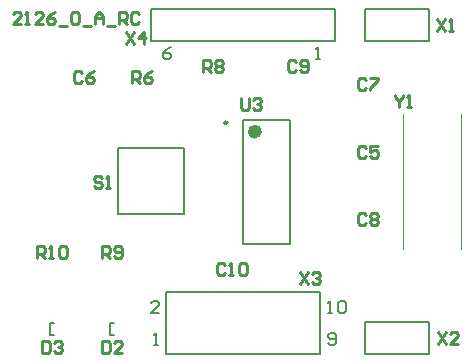
<source format=gbr>
%TF.GenerationSoftware,Altium Limited,Altium Designer,22.2.1 (43)*%
G04 Layer_Color=65535*
%FSLAX43Y43*%
%MOMM*%
%TF.SameCoordinates,22783662-0E91-4B75-9AE6-36AB56575A38*%
%TF.FilePolarity,Positive*%
%TF.FileFunction,Legend,Top*%
%TF.Part,Single*%
G01*
G75*
%TA.AperFunction,NonConductor*%
%ADD38C,0.250*%
%ADD39C,0.600*%
%ADD40C,0.200*%
%ADD41C,0.100*%
%ADD42C,0.254*%
%ADD43C,0.152*%
D38*
X18675Y20000D02*
G03*
X18675Y20000I-125J0D01*
G01*
D39*
X21300Y19250D02*
G03*
X21300Y19250I-300J0D01*
G01*
D40*
X13500Y405D02*
Y5635D01*
Y405D02*
X26500D01*
X13500Y5635D02*
X26500D01*
Y405D02*
Y5635D01*
X15029Y12244D02*
Y17857D01*
X9441Y12244D02*
X15029D01*
X9455Y17857D02*
X15029D01*
X9441Y17844D02*
X9455Y17857D01*
X9441Y12244D02*
Y17844D01*
X30330Y405D02*
X35710D01*
X30330D02*
Y3095D01*
X35710D01*
Y405D02*
Y3095D01*
Y26905D02*
Y29595D01*
X30330D02*
X35710D01*
X30330Y26905D02*
Y29595D01*
Y26905D02*
X35710D01*
X12230Y29595D02*
X27770D01*
Y26905D02*
Y29595D01*
X12230Y26905D02*
X27770D01*
X12230D02*
Y29595D01*
X20000Y9750D02*
Y20250D01*
X24000Y9750D02*
Y20250D01*
X20000D02*
X24000D01*
X20000Y9750D02*
X24000D01*
X3660Y3040D02*
X3960D01*
X3660Y2040D02*
Y3040D01*
Y2040D02*
X3960D01*
X8740Y3040D02*
X9040D01*
X8740Y2040D02*
Y3040D01*
Y2040D02*
X9040D01*
D41*
X33550Y9300D02*
Y20700D01*
X38450Y9300D02*
Y20700D01*
D42*
X1185Y28363D02*
X508D01*
X1185Y29040D01*
Y29210D01*
X1016Y29379D01*
X677D01*
X508Y29210D01*
X1524Y28363D02*
X1862D01*
X1693D01*
Y29379D01*
X1524Y29210D01*
X3047Y28363D02*
X2370D01*
X3047Y29040D01*
Y29210D01*
X2878Y29379D01*
X2539D01*
X2370Y29210D01*
X4063Y29379D02*
X3724Y29210D01*
X3386Y28871D01*
Y28533D01*
X3555Y28363D01*
X3894D01*
X4063Y28533D01*
Y28702D01*
X3894Y28871D01*
X3386D01*
X4401Y28194D02*
X5079D01*
X5417Y29210D02*
X5586Y29379D01*
X5925D01*
X6094Y29210D01*
Y28533D01*
X5925Y28363D01*
X5586D01*
X5417Y28533D01*
Y29210D01*
X6433Y28194D02*
X7110D01*
X7448Y28363D02*
Y29040D01*
X7787Y29379D01*
X8126Y29040D01*
Y28363D01*
Y28871D01*
X7448D01*
X8464Y28194D02*
X9141D01*
X9480Y28363D02*
Y29379D01*
X9988D01*
X10157Y29210D01*
Y28871D01*
X9988Y28702D01*
X9480D01*
X9818D02*
X10157Y28363D01*
X11173Y29210D02*
X11003Y29379D01*
X10665D01*
X10495Y29210D01*
Y28533D01*
X10665Y28363D01*
X11003D01*
X11173Y28533D01*
X19842Y22098D02*
Y21251D01*
X20011Y21082D01*
X20350D01*
X20519Y21251D01*
Y22098D01*
X20857Y21929D02*
X21027Y22098D01*
X21365D01*
X21535Y21929D01*
Y21759D01*
X21365Y21590D01*
X21196D01*
X21365D01*
X21535Y21421D01*
Y21251D01*
X21365Y21082D01*
X21027D01*
X20857Y21251D01*
X36492Y2286D02*
X37169Y1270D01*
Y2286D02*
X36492Y1270D01*
X38184D02*
X37507D01*
X38184Y1947D01*
Y2117D01*
X38015Y2286D01*
X37677D01*
X37507Y2117D01*
X36407Y28758D02*
X37084Y27742D01*
Y28758D02*
X36407Y27742D01*
X37423D02*
X37761D01*
X37592D01*
Y28758D01*
X37423Y28589D01*
X32873Y22352D02*
Y22183D01*
X33211Y21844D01*
X33550Y22183D01*
Y22352D01*
X33211Y21844D02*
Y21336D01*
X33889D02*
X34227D01*
X34058D01*
Y22352D01*
X33889Y22183D01*
X10076Y27686D02*
X10753Y26670D01*
Y27686D02*
X10076Y26670D01*
X11599D02*
Y27686D01*
X11091Y27178D01*
X11768D01*
X24808Y7366D02*
X25485Y6350D01*
Y7366D02*
X24808Y6350D01*
X25823Y7197D02*
X25993Y7366D01*
X26331D01*
X26500Y7197D01*
Y7027D01*
X26331Y6858D01*
X26162D01*
X26331D01*
X26500Y6689D01*
Y6519D01*
X26331Y6350D01*
X25993D01*
X25823Y6519D01*
X8044Y15329D02*
X7874Y15498D01*
X7536D01*
X7366Y15329D01*
Y15160D01*
X7536Y14991D01*
X7874D01*
X8044Y14821D01*
Y14652D01*
X7874Y14483D01*
X7536D01*
X7366Y14652D01*
X8382Y14483D02*
X8721D01*
X8551D01*
Y15498D01*
X8382Y15329D01*
X2540Y8573D02*
Y9589D01*
X3048D01*
X3218Y9420D01*
Y9081D01*
X3048Y8912D01*
X2540D01*
X2879D02*
X3218Y8573D01*
X3556D02*
X3895D01*
X3725D01*
Y9589D01*
X3556Y9420D01*
X4402D02*
X4572Y9589D01*
X4910D01*
X5080Y9420D01*
Y8743D01*
X4910Y8573D01*
X4572D01*
X4402Y8743D01*
Y9420D01*
X8044Y8573D02*
Y9589D01*
X8551D01*
X8721Y9420D01*
Y9081D01*
X8551Y8912D01*
X8044D01*
X8382D02*
X8721Y8573D01*
X9059Y8743D02*
X9229Y8573D01*
X9567D01*
X9736Y8743D01*
Y9420D01*
X9567Y9589D01*
X9229D01*
X9059Y9420D01*
Y9250D01*
X9229Y9081D01*
X9736D01*
X16614Y24320D02*
Y25336D01*
X17121D01*
X17291Y25166D01*
Y24828D01*
X17121Y24659D01*
X16614D01*
X16952D02*
X17291Y24320D01*
X17629Y25166D02*
X17799Y25336D01*
X18137D01*
X18306Y25166D01*
Y24997D01*
X18137Y24828D01*
X18306Y24659D01*
Y24489D01*
X18137Y24320D01*
X17799D01*
X17629Y24489D01*
Y24659D01*
X17799Y24828D01*
X17629Y24997D01*
Y25166D01*
X17799Y24828D02*
X18137D01*
X10584Y23368D02*
Y24384D01*
X11091D01*
X11261Y24215D01*
Y23876D01*
X11091Y23707D01*
X10584D01*
X10922D02*
X11261Y23368D01*
X12276Y24384D02*
X11938Y24215D01*
X11599Y23876D01*
Y23537D01*
X11769Y23368D01*
X12107D01*
X12276Y23537D01*
Y23707D01*
X12107Y23876D01*
X11599D01*
X2964Y1524D02*
Y508D01*
X3471D01*
X3641Y677D01*
Y1355D01*
X3471Y1524D01*
X2964D01*
X3979Y1355D02*
X4149Y1524D01*
X4487D01*
X4656Y1355D01*
Y1185D01*
X4487Y1016D01*
X4318D01*
X4487D01*
X4656Y847D01*
Y677D01*
X4487Y508D01*
X4149D01*
X3979Y677D01*
X8044Y1524D02*
Y508D01*
X8551D01*
X8721Y677D01*
Y1355D01*
X8551Y1524D01*
X8044D01*
X9736Y508D02*
X9059D01*
X9736Y1185D01*
Y1355D01*
X9567Y1524D01*
X9229D01*
X9059Y1355D01*
X18458Y7959D02*
X18288Y8128D01*
X17950D01*
X17780Y7959D01*
Y7281D01*
X17950Y7112D01*
X18288D01*
X18458Y7281D01*
X18796Y7112D02*
X19135D01*
X18965D01*
Y8128D01*
X18796Y7959D01*
X19642D02*
X19812Y8128D01*
X20150D01*
X20320Y7959D01*
Y7281D01*
X20150Y7112D01*
X19812D01*
X19642Y7281D01*
Y7959D01*
X24469Y25166D02*
X24299Y25336D01*
X23961D01*
X23792Y25166D01*
Y24489D01*
X23961Y24320D01*
X24299D01*
X24469Y24489D01*
X24807D02*
X24977Y24320D01*
X25315D01*
X25484Y24489D01*
Y25166D01*
X25315Y25336D01*
X24977D01*
X24807Y25166D01*
Y24997D01*
X24977Y24828D01*
X25484D01*
X30382Y12190D02*
X30213Y12360D01*
X29874D01*
X29705Y12190D01*
Y11513D01*
X29874Y11344D01*
X30213D01*
X30382Y11513D01*
X30720Y12190D02*
X30890Y12360D01*
X31228D01*
X31398Y12190D01*
Y12021D01*
X31228Y11852D01*
X31398Y11683D01*
Y11513D01*
X31228Y11344D01*
X30890D01*
X30720Y11513D01*
Y11683D01*
X30890Y11852D01*
X30720Y12021D01*
Y12190D01*
X30890Y11852D02*
X31228D01*
X30382Y23582D02*
X30213Y23752D01*
X29874D01*
X29705Y23582D01*
Y22905D01*
X29874Y22736D01*
X30213D01*
X30382Y22905D01*
X30720Y23752D02*
X31398D01*
Y23582D01*
X30720Y22905D01*
Y22736D01*
X6331Y24215D02*
X6161Y24384D01*
X5823D01*
X5654Y24215D01*
Y23537D01*
X5823Y23368D01*
X6161D01*
X6331Y23537D01*
X7346Y24384D02*
X7008Y24215D01*
X6669Y23876D01*
Y23537D01*
X6839Y23368D01*
X7177D01*
X7346Y23537D01*
Y23707D01*
X7177Y23876D01*
X6669D01*
X30382Y17839D02*
X30213Y18008D01*
X29874D01*
X29705Y17839D01*
Y17161D01*
X29874Y16992D01*
X30213D01*
X30382Y17161D01*
X31398Y18008D02*
X30720D01*
Y17500D01*
X31059Y17669D01*
X31228D01*
X31398Y17500D01*
Y17161D01*
X31228Y16992D01*
X30890D01*
X30720Y17161D01*
D43*
X27178Y3920D02*
X27517D01*
X27347D01*
Y4936D01*
X27178Y4766D01*
X28024D02*
X28194Y4936D01*
X28532D01*
X28702Y4766D01*
Y4089D01*
X28532Y3920D01*
X28194D01*
X28024Y4089D01*
Y4766D01*
X27178Y1389D02*
X27347Y1220D01*
X27686D01*
X27855Y1389D01*
Y2066D01*
X27686Y2236D01*
X27347D01*
X27178Y2066D01*
Y1897D01*
X27347Y1728D01*
X27855D01*
X12490Y1220D02*
X12829D01*
X12659D01*
Y2236D01*
X12490Y2066D01*
X12907Y3920D02*
X12230D01*
X12907Y4597D01*
Y4766D01*
X12738Y4936D01*
X12399D01*
X12230Y4766D01*
X26162Y25400D02*
X26501D01*
X26331D01*
Y26416D01*
X26162Y26246D01*
X13885Y26416D02*
X13547Y26246D01*
X13208Y25908D01*
Y25569D01*
X13377Y25400D01*
X13716D01*
X13885Y25569D01*
Y25739D01*
X13716Y25908D01*
X13208D01*
%TF.MD5,a08871186d55eb5ecc4905a7f4817135*%
M02*

</source>
